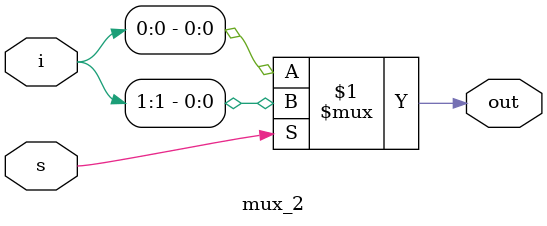
<source format=v>
module mux_2(input wire [1:0] i,
             input wire s,
             output out);

assign out = s ? i[1] : i[0];

endmodule





 

</source>
